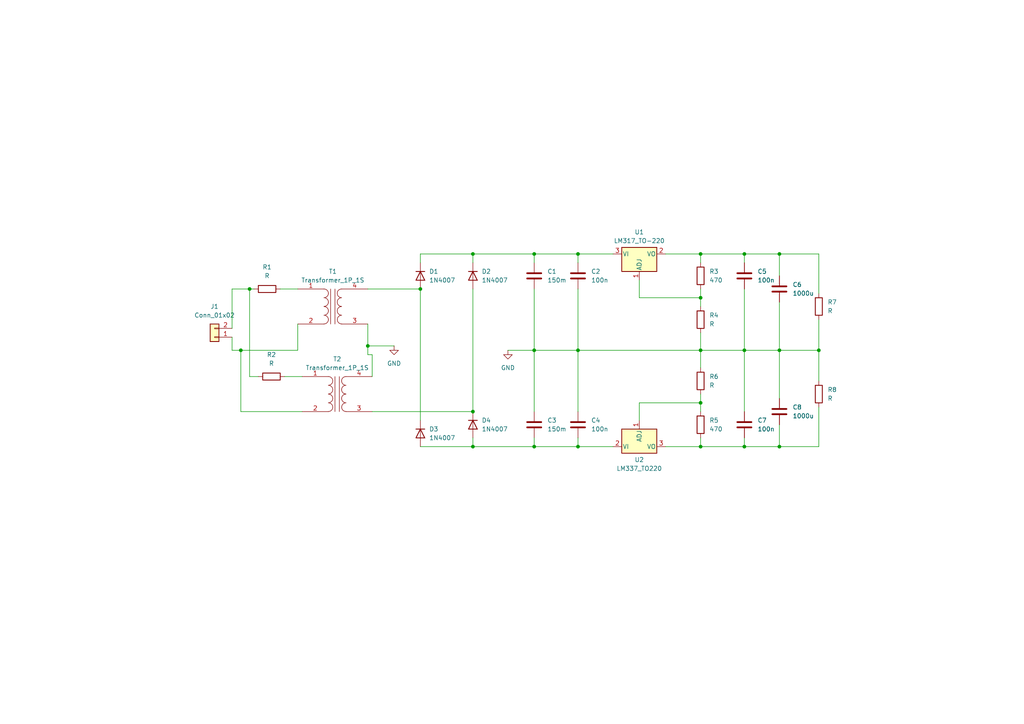
<source format=kicad_sch>
(kicad_sch (version 20250114) (generator "eeschema") (generator_version "9.0")
  (paper "A4")
  (lib_symbols
    (symbol "Connector_Generic:Conn_01x02" (pin_names (offset 1.016) (hide yes))
      (property "Reference" "J" (at 0 2.54 0))
      (property "Value" "Conn_01x02" (at 0 -5.08 0))
      (symbol "Conn_01x02_1_1"
        (rectangle (start -1.27 1.27) (end 1.27 -3.81) (stroke (width 0.254)) (fill (type background)))
        (rectangle (start -1.27 0.127) (end 0 -0.127) (stroke (width 0.1524)))
        (rectangle (start -1.27 -2.413) (end 0 -2.667) (stroke (width 0.1524)))
        (pin passive line (at -5.08 0 0) (length 3.81) (name "Pin_1") (number "1"))
        (pin passive line (at -5.08 -2.54 0) (length 3.81) (name "Pin_2") (number "2"))
      )
    )
    (symbol "Device:C" (pin_numbers (hide yes)) (pin_names (offset 0.254))
      (property "Reference" "C" (at 0.635 2.54 0))
      (property "Value" "C" (at 0.635 -2.54 0))
      (symbol "C_0_1"
        (polyline (pts (xy -2.032 0.762) (xy 2.032 0.762)) (stroke (width 0.508)))
        (polyline (pts (xy -2.032 -0.762) (xy 2.032 -0.762)) (stroke (width 0.508)))
      )
      (symbol "C_1_1"
        (pin passive line (at 0 3.81 270) (length 2.794) (name "~") (number "1"))
        (pin passive line (at 0 -3.81 90) (length 2.794) (name "~") (number "2"))
      )
    )
    (symbol "Device:R" (pin_numbers (hide yes)) (pin_names (offset 0))
      (property "Reference" "R" (at 2.032 0 90))
      (property "Value" "R" (at 0 0 90))
      (symbol "R_0_1"
        (rectangle (start -1.016 -2.54) (end 1.016 2.54) (stroke (width 0.254)))
      )
      (symbol "R_1_1"
        (pin passive line (at 0 3.81 270) (length 1.27) (name "~") (number "1"))
        (pin passive line (at 0 -3.81 90) (length 1.27) (name "~") (number "2"))
      )
    )
    (symbol "Device:Transformer_1P_1S" (pin_names (offset 1.016) (hide yes))
      (property "Reference" "T" (at 0 6.35 0))
      (property "Value" "Transformer_1P_1S" (at 0 -7.62 0))
      (symbol "Transformer_1P_1S_0_1"
        (arc (start -1.27 3.81) (mid -1.656 2.9336) (end -2.54 2.5654))
        (arc (start -1.27 1.27) (mid -1.656 0.3936) (end -2.54 0.0254))
        (arc (start -1.27 -1.27) (mid -1.656 -2.1464) (end -2.54 -2.5146))
        (arc (start -1.27 -3.81) (mid -1.656 -4.6864) (end -2.54 -5.0546))
        (arc (start -2.54 5.08) (mid -1.642 4.708) (end -1.27 3.81))
        (arc (start -2.54 2.54) (mid -1.642 2.168) (end -1.27 1.27))
        (arc (start -2.54 0) (mid -1.642 -0.372) (end -1.27 -1.27))
        (arc (start -2.54 -2.54) (mid -1.642 -2.912) (end -1.27 -3.81))
        (polyline (pts (xy -0.635 5.08) (xy -0.635 -5.08)))
        (polyline (pts (xy 0.635 -5.08) (xy 0.635 5.08)))
        (arc (start 1.2954 3.81) (mid 1.6457 4.7117) (end 2.54 5.08))
        (arc (start 1.2954 1.27) (mid 1.6457 2.1717) (end 2.54 2.54))
        (arc (start 1.2954 -1.27) (mid 1.6457 -0.3683) (end 2.54 0))
        (arc (start 2.54 2.5654) (mid 1.6599 2.9299) (end 1.2954 3.81))
        (arc (start 2.54 0.0254) (mid 1.6599 0.3899) (end 1.2954 1.27))
        (arc (start 2.54 -2.5146) (mid 1.6599 -2.1501) (end 1.2954 -1.27))
        (arc (start 1.3208 -3.81) (mid 1.6711 -2.9085) (end 2.5654 -2.54))
        (arc (start 2.5654 -5.0546) (mid 1.6851 -4.6902) (end 1.3208 -3.81))
      )
      (symbol "Transformer_1P_1S_1_1"
        (pin passive line (at -10.16 5.08 0) (length 7.62) (name "AA") (number "1"))
        (pin passive line (at -10.16 -5.08 0) (length 7.62) (name "AB") (number "2"))
        (pin passive line (at 10.16 5.08 180) (length 7.62) (name "SB") (number "4"))
        (pin passive line (at 10.16 -5.08 180) (length 7.62) (name "SA") (number "3"))
      )
    )
    (symbol "Diode:1N4007" (pin_numbers (hide yes)) (pin_names (hide yes))
      (property "Reference" "D" (at 0 2.54 0))
      (property "Value" "1N4007" (at 0 -2.54 0))
      (symbol "1N4007_0_1"
        (polyline (pts (xy -1.27 1.27) (xy -1.27 -1.27)) (stroke (width 0.254)))
        (polyline (pts (xy 1.27 1.27) (xy 1.27 -1.27) (xy -1.27 0) (xy 1.27 1.27)) (stroke (width 0.254)))
        (polyline (pts (xy 1.27 0) (xy -1.27 0)))
      )
      (symbol "1N4007_1_1"
        (pin passive line (at -3.81 0 0) (length 2.54) (name "K") (number "1"))
        (pin passive line (at 3.81 0 180) (length 2.54) (name "A") (number "2"))
      )
    )
    (symbol "Regulator_Linear:LM317_TO-220" (pin_names (offset 0.254))
      (property "Reference" "U" (at -3.81 3.175 0))
      (property "Value" "LM317_TO-220" (at 0 3.175 0))
      (symbol "LM317_TO-220_0_1"
        (rectangle (start -5.08 1.905) (end 5.08 -5.08) (stroke (width 0.254)) (fill (type background)))
      )
      (symbol "LM317_TO-220_1_1"
        (pin power_in line (at -7.62 0 0) (length 2.54) (name "VI") (number "3"))
        (pin input line (at 0 -7.62 90) (length 2.54) (name "ADJ") (number "1"))
        (pin power_out line (at 7.62 0 180) (length 2.54) (name "VO") (number "2"))
      )
    )
    (symbol "Regulator_Linear:LM337_TO220" (pin_names (offset 0.254))
      (property "Reference" "U" (at -3.81 -3.175 0))
      (property "Value" "LM337_TO220" (at 0 -3.175 0))
      (symbol "LM337_TO220_0_1"
        (rectangle (start -5.08 5.08) (end 5.08 -1.905) (stroke (width 0.254)) (fill (type background)))
      )
      (symbol "LM337_TO220_1_1"
        (pin power_in line (at -7.62 0 0) (length 2.54) (name "VI") (number "2"))
        (pin input line (at 0 7.62 270) (length 2.54) (name "ADJ") (number "1"))
        (pin power_out line (at 7.62 0 180) (length 2.54) (name "VO") (number "3"))
      )
    )
    (symbol "power:GND" (power) (pin_numbers (hide yes)) (pin_names (offset 0) (hide yes))
      (property "Value" "GND" (at 0 -3.81 0))
      (symbol "GND_0_1"
        (polyline (pts (xy 0 0) (xy 0 -1.27) (xy 1.27 -1.27) (xy 0 -2.54) (xy -1.27 -1.27) (xy 0 -1.27)))
      )
      (symbol "GND_1_1"
        (pin power_in line (at 0 0 270) (length 0) (name "~") (number "1"))
      )
    )
  )
  (junction (at 215.9 129.54))
  (junction (at 106.68 100.33))
  (junction (at 154.94 73.66))
  (junction (at 203.2 86.36))
  (junction (at 237.49 101.6))
  (junction (at 203.2 116.84))
  (junction (at 167.64 129.54))
  (junction (at 215.9 73.66))
  (junction (at 137.16 119.38))
  (junction (at 203.2 101.6))
  (junction (at 137.16 129.54))
  (junction (at 167.64 101.6))
  (junction (at 154.94 129.54))
  (junction (at 154.94 101.6))
  (junction (at 215.9 101.6))
  (junction (at 137.16 73.66))
  (junction (at 72.39 83.82))
  (junction (at 203.2 73.66))
  (junction (at 203.2 129.54))
  (junction (at 167.64 73.66))
  (junction (at 226.06 101.6))
  (junction (at 226.06 73.66))
  (junction (at 69.85 101.6))
  (junction (at 226.06 129.54))
  (junction (at 121.92 83.82))
  (wire (pts (xy 215.9 127) (xy 215.9 129.54)))
  (wire (pts (xy 203.2 76.2) (xy 203.2 73.66)))
  (wire (pts (xy 67.31 101.6) (xy 69.85 101.6)))
  (wire (pts (xy 121.92 73.66) (xy 137.16 73.66)))
  (wire (pts (xy 106.68 93.98) (xy 106.68 100.33)))
  (wire (pts (xy 154.94 73.66) (xy 167.64 73.66)))
  (wire (pts (xy 237.49 118.11) (xy 237.49 129.54)))
  (wire (pts (xy 215.9 101.6) (xy 226.06 101.6)))
  (wire (pts (xy 203.2 73.66) (xy 215.9 73.66)))
  (wire (pts (xy 154.94 129.54) (xy 137.16 129.54)))
  (wire (pts (xy 147.32 101.6) (xy 154.94 101.6)))
  (wire (pts (xy 237.49 129.54) (xy 226.06 129.54)))
  (wire (pts (xy 237.49 92.71) (xy 237.49 101.6)))
  (wire (pts (xy 137.16 83.82) (xy 137.16 119.38)))
  (wire (pts (xy 215.9 101.6) (xy 215.9 119.38)))
  (wire (pts (xy 203.2 83.82) (xy 203.2 86.36)))
  (wire (pts (xy 107.95 102.87) (xy 107.95 109.22)))
  (wire (pts (xy 215.9 83.82) (xy 215.9 101.6)))
  (wire (pts (xy 167.64 129.54) (xy 177.8 129.54)))
  (wire (pts (xy 137.16 73.66) (xy 137.16 76.2)))
  (wire (pts (xy 72.39 83.82) (xy 67.31 83.82)))
  (wire (pts (xy 69.85 101.6) (xy 86.36 101.6)))
  (wire (pts (xy 106.68 102.87) (xy 107.95 102.87)))
  (wire (pts (xy 121.92 83.82) (xy 121.92 121.92)))
  (wire (pts (xy 226.06 87.63) (xy 226.06 101.6)))
  (wire (pts (xy 237.49 73.66) (xy 226.06 73.66)))
  (wire (pts (xy 67.31 97.79) (xy 67.31 101.6)))
  (wire (pts (xy 69.85 101.6) (xy 69.85 119.38)))
  (wire (pts (xy 72.39 109.22) (xy 74.93 109.22)))
  (wire (pts (xy 203.2 86.36) (xy 203.2 88.9)))
  (wire (pts (xy 81.28 83.82) (xy 86.36 83.82)))
  (wire (pts (xy 185.42 121.92) (xy 185.42 116.84)))
  (wire (pts (xy 167.64 101.6) (xy 167.64 119.38)))
  (wire (pts (xy 154.94 129.54) (xy 167.64 129.54)))
  (wire (pts (xy 154.94 76.2) (xy 154.94 73.66)))
  (wire (pts (xy 167.64 73.66) (xy 167.64 76.2)))
  (wire (pts (xy 215.9 73.66) (xy 226.06 73.66)))
  (wire (pts (xy 106.68 83.82) (xy 121.92 83.82)))
  (wire (pts (xy 154.94 101.6) (xy 167.64 101.6)))
  (wire (pts (xy 72.39 83.82) (xy 72.39 109.22)))
  (wire (pts (xy 226.06 101.6) (xy 226.06 115.57)))
  (wire (pts (xy 193.04 129.54) (xy 203.2 129.54)))
  (wire (pts (xy 226.06 101.6) (xy 237.49 101.6)))
  (wire (pts (xy 106.68 100.33) (xy 114.3 100.33)))
  (wire (pts (xy 185.42 81.28) (xy 185.42 86.36)))
  (wire (pts (xy 203.2 116.84) (xy 203.2 119.38)))
  (wire (pts (xy 82.55 109.22) (xy 87.63 109.22)))
  (wire (pts (xy 226.06 123.19) (xy 226.06 129.54)))
  (wire (pts (xy 137.16 127) (xy 137.16 129.54)))
  (wire (pts (xy 69.85 119.38) (xy 87.63 119.38)))
  (wire (pts (xy 167.64 101.6) (xy 203.2 101.6)))
  (wire (pts (xy 215.9 76.2) (xy 215.9 73.66)))
  (wire (pts (xy 167.64 73.66) (xy 177.8 73.66)))
  (wire (pts (xy 185.42 86.36) (xy 203.2 86.36)))
  (wire (pts (xy 193.04 73.66) (xy 203.2 73.66)))
  (wire (pts (xy 203.2 129.54) (xy 215.9 129.54)))
  (wire (pts (xy 226.06 73.66) (xy 226.06 80.01)))
  (wire (pts (xy 154.94 127) (xy 154.94 129.54)))
  (wire (pts (xy 226.06 129.54) (xy 215.9 129.54)))
  (wire (pts (xy 106.68 100.33) (xy 106.68 102.87)))
  (wire (pts (xy 73.66 83.82) (xy 72.39 83.82)))
  (wire (pts (xy 203.2 101.6) (xy 215.9 101.6)))
  (wire (pts (xy 121.92 76.2) (xy 121.92 73.66)))
  (wire (pts (xy 203.2 114.3) (xy 203.2 116.84)))
  (wire (pts (xy 203.2 127) (xy 203.2 129.54)))
  (wire (pts (xy 154.94 101.6) (xy 154.94 119.38)))
  (wire (pts (xy 107.95 119.38) (xy 137.16 119.38)))
  (wire (pts (xy 154.94 83.82) (xy 154.94 101.6)))
  (wire (pts (xy 237.49 101.6) (xy 237.49 110.49)))
  (wire (pts (xy 121.92 129.54) (xy 137.16 129.54)))
  (wire (pts (xy 203.2 101.6) (xy 203.2 106.68)))
  (wire (pts (xy 86.36 93.98) (xy 86.36 101.6)))
  (wire (pts (xy 167.64 83.82) (xy 167.64 101.6)))
  (wire (pts (xy 154.94 73.66) (xy 137.16 73.66)))
  (wire (pts (xy 185.42 116.84) (xy 203.2 116.84)))
  (wire (pts (xy 237.49 85.09) (xy 237.49 73.66)))
  (wire (pts (xy 203.2 96.52) (xy 203.2 101.6)))
  (wire (pts (xy 167.64 127) (xy 167.64 129.54)))
  (wire (pts (xy 67.31 83.82) (xy 67.31 95.25)))
  (symbol (lib_id "Device:C") (at 215.9 80.01 0) (unit 1)
    (property "Reference" "C5" (at 219.71 78.7399 0) (effects (justify left)))
    (property "Value" "100n" (at 219.71 81.2799 0) (effects (justify left)))
    (property "Footprint" "Capacitor_THT:C_Axial_L3.8mm_D2.6mm_P10.00mm_Horizontal" (effects (hide yes)))
    (property "Description" "Unpolarized capacitor" (effects (hide yes)))
  )
  (symbol (lib_id "Device:R") (at 77.47 83.82 90) (unit 1)
    (property "Reference" "R1" (at 77.47 77.47 90))
    (property "Value" "R" (at 77.47 80.01 90))
    (property "Footprint" "Resistor_THT:R_Axial_DIN0207_L6.3mm_D2.5mm_P7.62mm_Horizontal" (effects (hide yes)))
    (property "Description" "Resistor" (effects (hide yes)))
  )
  (symbol (lib_id "Device:R") (at 203.2 123.19 0) (unit 1)
    (property "Reference" "R5" (at 205.74 121.9199 0) (effects (justify left)))
    (property "Value" "470" (at 205.74 124.4599 0) (effects (justify left)))
    (property "Footprint" "Resistor_THT:R_Axial_DIN0207_L6.3mm_D2.5mm_P7.62mm_Horizontal" (effects (hide yes)))
    (property "Description" "Resistor" (effects (hide yes)))
  )
  (symbol (lib_id "Diode:1N4007") (at 121.92 80.01 270) (unit 1)
    (property "Reference" "D1" (at 124.46 78.7399 90) (effects (justify left)))
    (property "Value" "1N4007" (at 124.46 81.2799 90) (effects (justify left)))
    (property "Footprint" "Diode_THT:D_DO-41_SOD81_P10.16mm_Horizontal" (effects (hide yes)))
    (property "Datasheet" "http://www.vishay.com/docs/88503/1n4001.pdf" (effects (hide yes)))
    (property "Description" "1000V 1A General Purpose Rectifier Diode, DO-41" (effects (hide yes)))
    (property "Sim.Device" "D" (effects (hide yes)))
    (property "Sim.Pins" "1=K 2=A" (effects (hide yes)))
  )
  (symbol (lib_id "Diode:1N4007") (at 137.16 80.01 270) (unit 1)
    (property "Reference" "D2" (at 139.7 78.7399 90) (effects (justify left)))
    (property "Value" "1N4007" (at 139.7 81.2799 90) (effects (justify left)))
    (property "Footprint" "Diode_THT:D_DO-41_SOD81_P10.16mm_Horizontal" (effects (hide yes)))
    (property "Datasheet" "http://www.vishay.com/docs/88503/1n4001.pdf" (effects (hide yes)))
    (property "Description" "1000V 1A General Purpose Rectifier Diode, DO-41" (effects (hide yes)))
    (property "Sim.Device" "D" (effects (hide yes)))
    (property "Sim.Pins" "1=K 2=A" (effects (hide yes)))
  )
  (symbol (lib_id "Device:C") (at 215.9 123.19 0) (unit 1)
    (property "Reference" "C7" (at 219.71 121.9199 0) (effects (justify left)))
    (property "Value" "100n" (at 219.71 124.4599 0) (effects (justify left)))
    (property "Footprint" "Capacitor_THT:C_Axial_L3.8mm_D2.6mm_P10.00mm_Horizontal" (effects (hide yes)))
    (property "Description" "Unpolarized capacitor" (effects (hide yes)))
  )
  (symbol (lib_id "Device:R") (at 203.2 80.01 0) (unit 1)
    (property "Reference" "R3" (at 205.74 78.7399 0) (effects (justify left)))
    (property "Value" "470" (at 205.74 81.2799 0) (effects (justify left)))
    (property "Footprint" "Resistor_THT:R_Axial_DIN0207_L6.3mm_D2.5mm_P7.62mm_Horizontal" (effects (hide yes)))
    (property "Description" "Resistor" (effects (hide yes)))
  )
  (symbol (lib_id "Regulator_Linear:LM317_TO-220") (at 185.42 73.66 0) (unit 1)
    (property "Reference" "U1" (at 185.42 67.31 0))
    (property "Value" "LM317_TO-220" (at 185.42 69.85 0))
    (property "Footprint" "Package_TO_SOT_THT:TO-220-3_Vertical" (effects (hide yes)))
    (property "Datasheet" "http://www.ti.com/lit/ds/symlink/lm317.pdf" (effects (hide yes)))
    (property "Description" "1.5A 35V Adjustable Linear Regulator, TO-220" (effects (hide yes)))
  )
  (symbol (lib_id "Device:Transformer_1P_1S") (at 97.79 114.3 0) (unit 1)
    (property "Reference" "T2" (at 97.8027 104.14 0))
    (property "Value" "Transformer_1P_1S" (at 97.8027 106.68 0))
    (property "Footprint" "Transformer_THT:Transformer_Zeming_ZMPT101K" (effects (hide yes)))
    (property "Description" "Transformer, single primary, single secondary" (effects (hide yes)))
  )
  (symbol (lib_id "Connector_Generic:Conn_01x02") (at 62.23 97.79 180) (unit 1)
    (property "Reference" "J1" (at 62.23 88.9 0))
    (property "Value" "Conn_01x02" (at 62.23 91.44 0))
    (property "Footprint" "Connector_JST:JST_EH_B2B-EH-A_1x02_P2.50mm_Vertical" (effects (hide yes)))
    (property "Description" "Generic connector, single row, 01x02, script generated (kicad-library-utils/schlib/autogen/connector/)" (effects (hide yes)))
  )
  (symbol (lib_id "Device:C") (at 226.06 83.82 0) (unit 1)
    (property "Reference" "C6" (at 229.87 82.5499 0) (effects (justify left)))
    (property "Value" "1000u" (at 229.87 85.0899 0) (effects (justify left)))
    (property "Footprint" "Capacitor_THT:C_Axial_L3.8mm_D2.6mm_P10.00mm_Horizontal" (effects (hide yes)))
    (property "Description" "Unpolarized capacitor" (effects (hide yes)))
  )
  (symbol (lib_id "Device:C") (at 154.94 123.19 0) (unit 1)
    (property "Reference" "C3" (at 158.75 121.9199 0) (effects (justify left)))
    (property "Value" "150m" (at 158.75 124.4599 0) (effects (justify left)))
    (property "Footprint" "Capacitor_THT:C_Axial_L3.8mm_D2.6mm_P10.00mm_Horizontal" (effects (hide yes)))
    (property "Description" "Unpolarized capacitor" (effects (hide yes)))
  )
  (symbol (lib_id "power:GND") (at 114.3 100.33 0) (unit 1)
    (property "Reference" "#PWR01" (effects (hide yes)))
    (property "Value" "GND" (at 114.3 105.41 0))
    (property "Description" "Power symbol creates a global label with name \"GND\" , ground" (effects (hide yes)))
  )
  (symbol (lib_id "Device:C") (at 167.64 80.01 0) (unit 1)
    (property "Reference" "C2" (at 171.45 78.7399 0) (effects (justify left)))
    (property "Value" "100n" (at 171.45 81.2799 0) (effects (justify left)))
    (property "Footprint" "Capacitor_THT:C_Axial_L3.8mm_D2.6mm_P10.00mm_Horizontal" (effects (hide yes)))
    (property "Description" "Unpolarized capacitor" (effects (hide yes)))
  )
  (symbol (lib_id "Diode:1N4007") (at 137.16 123.19 270) (unit 1)
    (property "Reference" "D4" (at 139.7 121.9199 90) (effects (justify left)))
    (property "Value" "1N4007" (at 139.7 124.4599 90) (effects (justify left)))
    (property "Footprint" "Diode_THT:D_DO-41_SOD81_P10.16mm_Horizontal" (effects (hide yes)))
    (property "Datasheet" "http://www.vishay.com/docs/88503/1n4001.pdf" (effects (hide yes)))
    (property "Description" "1000V 1A General Purpose Rectifier Diode, DO-41" (effects (hide yes)))
    (property "Sim.Device" "D" (effects (hide yes)))
    (property "Sim.Pins" "1=K 2=A" (effects (hide yes)))
  )
  (symbol (lib_id "Diode:1N4007") (at 121.92 125.73 270) (unit 1)
    (property "Reference" "D3" (at 124.46 124.4599 90) (effects (justify left)))
    (property "Value" "1N4007" (at 124.46 126.9999 90) (effects (justify left)))
    (property "Footprint" "Diode_THT:D_DO-41_SOD81_P10.16mm_Horizontal" (effects (hide yes)))
    (property "Datasheet" "http://www.vishay.com/docs/88503/1n4001.pdf" (effects (hide yes)))
    (property "Description" "1000V 1A General Purpose Rectifier Diode, DO-41" (effects (hide yes)))
    (property "Sim.Device" "D" (effects (hide yes)))
    (property "Sim.Pins" "1=K 2=A" (effects (hide yes)))
  )
  (symbol (lib_id "Device:R") (at 203.2 110.49 0) (unit 1)
    (property "Reference" "R6" (at 205.74 109.2199 0) (effects (justify left)))
    (property "Value" "R" (at 205.74 111.7599 0) (effects (justify left)))
    (property "Footprint" "Resistor_THT:R_Axial_DIN0207_L6.3mm_D2.5mm_P7.62mm_Horizontal" (effects (hide yes)))
    (property "Description" "Resistor" (effects (hide yes)))
  )
  (symbol (lib_id "Device:C") (at 167.64 123.19 0) (unit 1)
    (property "Reference" "C4" (at 171.45 121.9199 0) (effects (justify left)))
    (property "Value" "100n" (at 171.45 124.4599 0) (effects (justify left)))
    (property "Footprint" "Capacitor_THT:C_Axial_L3.8mm_D2.6mm_P10.00mm_Horizontal" (effects (hide yes)))
    (property "Description" "Unpolarized capacitor" (effects (hide yes)))
  )
  (symbol (lib_id "Regulator_Linear:LM337_TO220") (at 185.42 129.54 0) (unit 1)
    (property "Reference" "U2" (at 185.42 133.35 0))
    (property "Value" "LM337_TO220" (at 185.42 135.89 0))
    (property "Footprint" "Package_TO_SOT_THT:TO-220-3_Vertical" (effects (hide yes)))
    (property "Datasheet" "http://www.ti.com/lit/ds/symlink/lm337-n.pdf" (effects (hide yes)))
    (property "Description" "Negative 1.5A 35V Adjustable Linear Regulator, TO-220" (effects (hide yes)))
  )
  (symbol (lib_id "Device:R") (at 78.74 109.22 90) (unit 1)
    (property "Reference" "R2" (at 78.74 102.87 90))
    (property "Value" "R" (at 78.74 105.41 90))
    (property "Footprint" "Resistor_THT:R_Axial_DIN0207_L6.3mm_D2.5mm_P7.62mm_Horizontal" (effects (hide yes)))
    (property "Description" "Resistor" (effects (hide yes)))
  )
  (symbol (lib_id "Device:C") (at 154.94 80.01 0) (unit 1)
    (property "Reference" "C1" (at 158.75 78.7399 0) (effects (justify left)))
    (property "Value" "150m" (at 158.75 81.2799 0) (effects (justify left)))
    (property "Footprint" "Capacitor_THT:C_Axial_L3.8mm_D2.6mm_P10.00mm_Horizontal" (effects (hide yes)))
    (property "Description" "Unpolarized capacitor" (effects (hide yes)))
  )
  (symbol (lib_id "power:GND") (at 147.32 101.6 0) (unit 1)
    (property "Reference" "#PWR02" (effects (hide yes)))
    (property "Value" "GND" (at 147.32 106.68 0))
    (property "Description" "Power symbol creates a global label with name \"GND\" , ground" (effects (hide yes)))
  )
  (symbol (lib_id "Device:Transformer_1P_1S") (at 96.52 88.9 0) (unit 1)
    (property "Reference" "T1" (at 96.5327 78.74 0))
    (property "Value" "Transformer_1P_1S" (at 96.5327 81.28 0))
    (property "Footprint" "Transformer_THT:Transformer_Zeming_ZMPT101K" (effects (hide yes)))
    (property "Description" "Transformer, single primary, single secondary" (effects (hide yes)))
  )
  (symbol (lib_id "Device:C") (at 226.06 119.38 0) (unit 1)
    (property "Reference" "C8" (at 229.87 118.1099 0) (effects (justify left)))
    (property "Value" "1000u" (at 229.87 120.6499 0) (effects (justify left)))
    (property "Footprint" "Capacitor_THT:C_Axial_L3.8mm_D2.6mm_P10.00mm_Horizontal" (effects (hide yes)))
    (property "Description" "Unpolarized capacitor" (effects (hide yes)))
  )
  (symbol (lib_id "Device:R") (at 203.2 92.71 0) (unit 1)
    (property "Reference" "R4" (at 205.74 91.4399 0) (effects (justify left)))
    (property "Value" "R" (at 205.74 93.9799 0) (effects (justify left)))
    (property "Footprint" "Resistor_THT:R_Axial_DIN0207_L6.3mm_D2.5mm_P7.62mm_Horizontal" (effects (hide yes)))
    (property "Description" "Resistor" (effects (hide yes)))
  )
  (symbol (lib_id "Device:R") (at 237.49 114.3 0) (unit 1)
    (property "Reference" "R8" (at 240.03 113.0299 0) (effects (justify left)))
    (property "Value" "R" (at 240.03 115.5699 0) (effects (justify left)))
    (property "Footprint" "Resistor_THT:R_Axial_DIN0207_L6.3mm_D2.5mm_P7.62mm_Horizontal" (effects (hide yes)))
    (property "Description" "Resistor" (effects (hide yes)))
  )
  (symbol (lib_id "Device:R") (at 237.49 88.9 0) (unit 1)
    (property "Reference" "R7" (at 240.03 87.6299 0) (effects (justify left)))
    (property "Value" "R" (at 240.03 90.1699 0) (effects (justify left)))
    (property "Footprint" "Resistor_THT:R_Axial_DIN0207_L6.3mm_D2.5mm_P7.62mm_Horizontal" (effects (hide yes)))
    (property "Description" "Resistor" (effects (hide yes)))
  )
)
</source>
